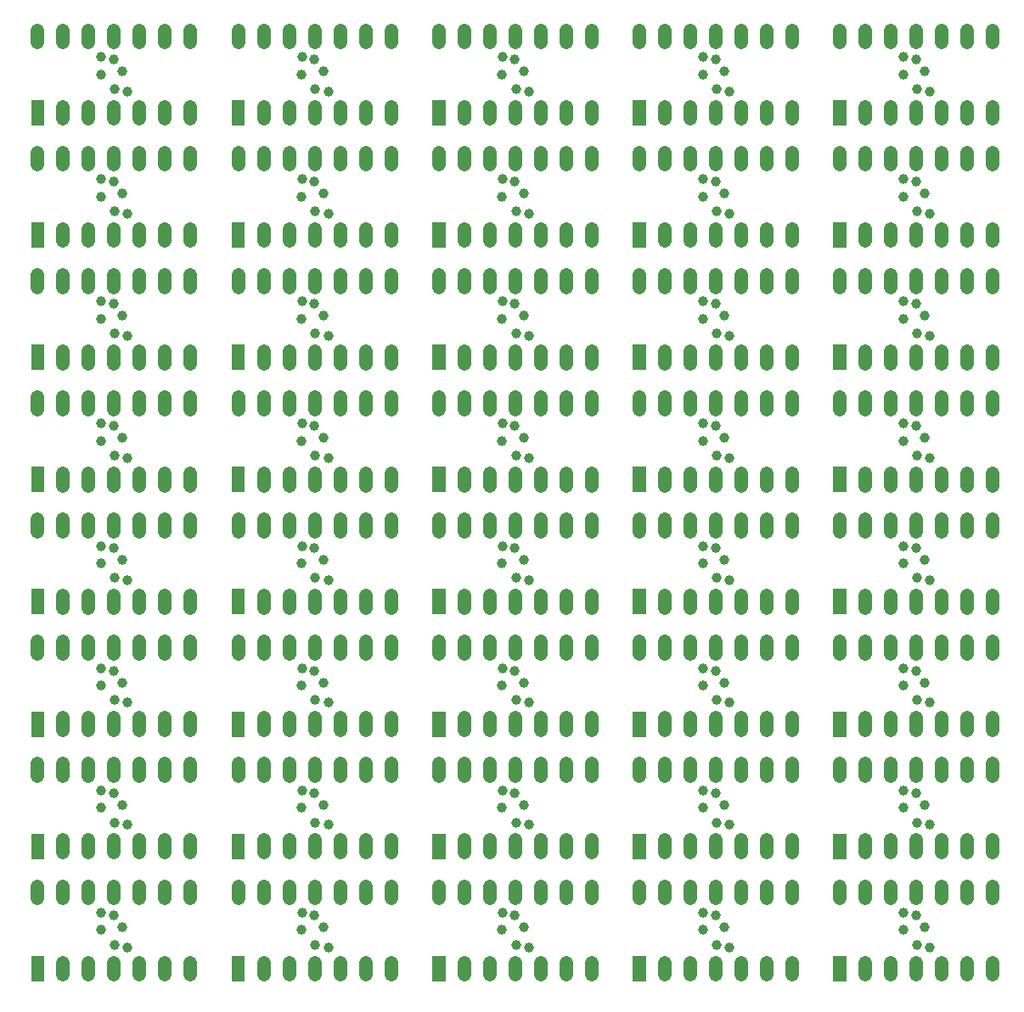
<source format=gbs>
%FSLAX24Y24*%
%MOIN*%
%ADD10C,0.0394*%
%ADD11C,0.0520*%
D10*
G01X4380Y1770D03*
X3831Y3032D03*
X3329Y2440D03*
X3869Y1868D03*
X4180Y2564D03*
X3342Y3129D03*
X12254Y1770D03*
X11706Y3032D03*
X11203Y2440D03*
X11743Y1868D03*
X12054Y2564D03*
X11216Y3129D03*
X20128Y1770D03*
X19580Y3032D03*
X19077Y2440D03*
X19617Y1868D03*
X19928Y2564D03*
X19090Y3129D03*
X28002Y1770D03*
X27454Y3032D03*
X26951Y2440D03*
X27491Y1868D03*
X27802Y2564D03*
X26964Y3129D03*
X35876Y1770D03*
X35328Y3032D03*
X34825Y2440D03*
X35365Y1868D03*
X35676Y2564D03*
X34838Y3129D03*
X4380Y6573D03*
X3831Y7835D03*
X3329Y7243D03*
X3869Y6671D03*
X4180Y7367D03*
X3342Y7932D03*
X12254Y6573D03*
X11706Y7835D03*
X11203Y7243D03*
X11743Y6671D03*
X12054Y7367D03*
X11216Y7932D03*
X20128Y6573D03*
X19580Y7835D03*
X19077Y7243D03*
X19617Y6671D03*
X19928Y7367D03*
X19090Y7932D03*
X28002Y6573D03*
X27454Y7835D03*
X26951Y7243D03*
X27491Y6671D03*
X27802Y7367D03*
X26964Y7932D03*
X35876Y6573D03*
X35328Y7835D03*
X34825Y7243D03*
X35365Y6671D03*
X35676Y7367D03*
X34838Y7932D03*
X4380Y11376D03*
X3831Y12638D03*
X3329Y12046D03*
X3869Y11474D03*
X4180Y12170D03*
X3342Y12735D03*
X12254Y11376D03*
X11706Y12638D03*
X11203Y12046D03*
X11743Y11474D03*
X12054Y12170D03*
X11216Y12735D03*
X20128Y11376D03*
X19580Y12638D03*
X19077Y12046D03*
X19617Y11474D03*
X19928Y12170D03*
X19090Y12735D03*
X28002Y11376D03*
X27454Y12638D03*
X26951Y12046D03*
X27491Y11474D03*
X27802Y12170D03*
X26964Y12735D03*
X35876Y11376D03*
X35328Y12638D03*
X34825Y12046D03*
X35365Y11474D03*
X35676Y12170D03*
X34838Y12735D03*
X4380Y16179D03*
X3831Y17441D03*
X3329Y16849D03*
X3869Y16277D03*
X4180Y16973D03*
X3342Y17538D03*
X12254Y16179D03*
X11706Y17441D03*
X11203Y16849D03*
X11743Y16277D03*
X12054Y16973D03*
X11216Y17538D03*
X20128Y16179D03*
X19580Y17441D03*
X19077Y16849D03*
X19617Y16277D03*
X19928Y16973D03*
X19090Y17538D03*
X28002Y16179D03*
X27454Y17441D03*
X26951Y16849D03*
X27491Y16277D03*
X27802Y16973D03*
X26964Y17538D03*
X35876Y16179D03*
X35328Y17441D03*
X34825Y16849D03*
X35365Y16277D03*
X35676Y16973D03*
X34838Y17538D03*
X4380Y20982D03*
X3831Y22244D03*
X3329Y21652D03*
X3869Y21080D03*
X4180Y21777D03*
X3342Y22342D03*
X12254Y20982D03*
X11706Y22244D03*
X11203Y21652D03*
X11743Y21080D03*
X12054Y21777D03*
X11216Y22342D03*
X20128Y20982D03*
X19580Y22244D03*
X19077Y21652D03*
X19617Y21080D03*
X19928Y21777D03*
X19090Y22342D03*
X28002Y20982D03*
X27454Y22244D03*
X26951Y21652D03*
X27491Y21080D03*
X27802Y21777D03*
X26964Y22342D03*
X35876Y20982D03*
X35328Y22244D03*
X34825Y21652D03*
X35365Y21080D03*
X35676Y21777D03*
X34838Y22342D03*
X4380Y25785D03*
X3831Y27047D03*
X3329Y26455D03*
X3869Y25883D03*
X4180Y26580D03*
X3342Y27145D03*
X12254Y25785D03*
X11706Y27047D03*
X11203Y26455D03*
X11743Y25883D03*
X12054Y26580D03*
X11216Y27145D03*
X20128Y25785D03*
X19580Y27047D03*
X19077Y26455D03*
X19617Y25883D03*
X19928Y26580D03*
X19090Y27145D03*
X28002Y25785D03*
X27454Y27047D03*
X26951Y26455D03*
X27491Y25883D03*
X27802Y26580D03*
X26964Y27145D03*
X35876Y25785D03*
X35328Y27047D03*
X34825Y26455D03*
X35365Y25883D03*
X35676Y26580D03*
X34838Y27145D03*
X4380Y30589D03*
X3831Y31851D03*
X3329Y31259D03*
X3869Y30687D03*
X4180Y31383D03*
X3342Y31948D03*
X12254Y30589D03*
X11706Y31851D03*
X11203Y31259D03*
X11743Y30687D03*
X12054Y31383D03*
X11216Y31948D03*
X20128Y30589D03*
X19580Y31851D03*
X19077Y31259D03*
X19617Y30687D03*
X19928Y31383D03*
X19090Y31948D03*
X28002Y30589D03*
X27454Y31851D03*
X26951Y31259D03*
X27491Y30687D03*
X27802Y31383D03*
X26964Y31948D03*
X35876Y30589D03*
X35328Y31851D03*
X34825Y31259D03*
X35365Y30687D03*
X35676Y31383D03*
X34838Y31948D03*
X4380Y35392D03*
X3831Y36654D03*
X3329Y36062D03*
X3869Y35490D03*
X4180Y36186D03*
X3342Y36751D03*
X12254Y35392D03*
X11706Y36654D03*
X11203Y36062D03*
X11743Y35490D03*
X12054Y36186D03*
X11216Y36751D03*
X20128Y35392D03*
X19580Y36654D03*
X19077Y36062D03*
X19617Y35490D03*
X19928Y36186D03*
X19090Y36751D03*
X28002Y35392D03*
X27454Y36654D03*
X26951Y36062D03*
X27491Y35490D03*
X27802Y36186D03*
X26964Y36751D03*
X35876Y35392D03*
X35328Y36654D03*
X34825Y36062D03*
X35365Y35490D03*
X35676Y36186D03*
X34838Y36751D03*
D11*
G01X5843Y4169D02*
X5843Y3689D01*
X1843Y4169D02*
X1843Y3689D01*
X6843Y1169D02*
X6843Y689D01*
X2843Y1169D02*
X2843Y689D01*
X6843Y4169D02*
X6843Y3689D01*
X2843Y4169D02*
X2843Y3689D01*
X1843Y1169D02*
X1843Y689D01*
X4843Y4169D02*
X4843Y3689D01*
X4843Y1169D02*
X4843Y689D01*
X5843Y1169D02*
X5843Y689D01*
X3843Y4169D02*
X3843Y3689D01*
X843Y4169D02*
X843Y3689D01*
X3843Y1169D02*
X3843Y689D01*
X13717Y4169D02*
X13717Y3689D01*
X9717Y4169D02*
X9717Y3689D01*
X14717Y1169D02*
X14717Y689D01*
X10717Y1169D02*
X10717Y689D01*
X14717Y4169D02*
X14717Y3689D01*
X10717Y4169D02*
X10717Y3689D01*
X9717Y1169D02*
X9717Y689D01*
X12717Y4169D02*
X12717Y3689D01*
X12717Y1169D02*
X12717Y689D01*
X13717Y1169D02*
X13717Y689D01*
X11717Y4169D02*
X11717Y3689D01*
X8717Y4169D02*
X8717Y3689D01*
X11717Y1169D02*
X11717Y689D01*
X21591Y4169D02*
X21591Y3689D01*
X17591Y4169D02*
X17591Y3689D01*
X22591Y1169D02*
X22591Y689D01*
X18591Y1169D02*
X18591Y689D01*
X22591Y4169D02*
X22591Y3689D01*
X18591Y4169D02*
X18591Y3689D01*
X17591Y1169D02*
X17591Y689D01*
X20591Y4169D02*
X20591Y3689D01*
X20591Y1169D02*
X20591Y689D01*
X21591Y1169D02*
X21591Y689D01*
X19591Y4169D02*
X19591Y3689D01*
X16591Y4169D02*
X16591Y3689D01*
X19591Y1169D02*
X19591Y689D01*
X29465Y4169D02*
X29465Y3689D01*
X25465Y4169D02*
X25465Y3689D01*
X30465Y1169D02*
X30465Y689D01*
X26465Y1169D02*
X26465Y689D01*
X30465Y4169D02*
X30465Y3689D01*
X26465Y4169D02*
X26465Y3689D01*
X25465Y1169D02*
X25465Y689D01*
X28465Y4169D02*
X28465Y3689D01*
X28465Y1169D02*
X28465Y689D01*
X29465Y1169D02*
X29465Y689D01*
X27465Y4169D02*
X27465Y3689D01*
X24465Y4169D02*
X24465Y3689D01*
X27465Y1169D02*
X27465Y689D01*
X37339Y4169D02*
X37339Y3689D01*
X33339Y4169D02*
X33339Y3689D01*
X38339Y1169D02*
X38339Y689D01*
X34339Y1169D02*
X34339Y689D01*
X38339Y4169D02*
X38339Y3689D01*
X34339Y4169D02*
X34339Y3689D01*
X33339Y1169D02*
X33339Y689D01*
X36339Y4169D02*
X36339Y3689D01*
X36339Y1169D02*
X36339Y689D01*
X37339Y1169D02*
X37339Y689D01*
X35339Y4169D02*
X35339Y3689D01*
X32339Y4169D02*
X32339Y3689D01*
X35339Y1169D02*
X35339Y689D01*
X5843Y8972D02*
X5843Y8492D01*
X1843Y8972D02*
X1843Y8492D01*
X6843Y5972D02*
X6843Y5492D01*
X2843Y5972D02*
X2843Y5492D01*
X6843Y8972D02*
X6843Y8492D01*
X2843Y8972D02*
X2843Y8492D01*
X1843Y5972D02*
X1843Y5492D01*
X4843Y8972D02*
X4843Y8492D01*
X4843Y5972D02*
X4843Y5492D01*
X5843Y5972D02*
X5843Y5492D01*
X3843Y8972D02*
X3843Y8492D01*
X843Y8972D02*
X843Y8492D01*
X3843Y5972D02*
X3843Y5492D01*
X13717Y8972D02*
X13717Y8492D01*
X9717Y8972D02*
X9717Y8492D01*
X14717Y5972D02*
X14717Y5492D01*
X10717Y5972D02*
X10717Y5492D01*
X14717Y8972D02*
X14717Y8492D01*
X10717Y8972D02*
X10717Y8492D01*
X9717Y5972D02*
X9717Y5492D01*
X12717Y8972D02*
X12717Y8492D01*
X12717Y5972D02*
X12717Y5492D01*
X13717Y5972D02*
X13717Y5492D01*
X11717Y8972D02*
X11717Y8492D01*
X8717Y8972D02*
X8717Y8492D01*
X11717Y5972D02*
X11717Y5492D01*
X21591Y8972D02*
X21591Y8492D01*
X17591Y8972D02*
X17591Y8492D01*
X22591Y5972D02*
X22591Y5492D01*
X18591Y5972D02*
X18591Y5492D01*
X22591Y8972D02*
X22591Y8492D01*
X18591Y8972D02*
X18591Y8492D01*
X17591Y5972D02*
X17591Y5492D01*
X20591Y8972D02*
X20591Y8492D01*
X20591Y5972D02*
X20591Y5492D01*
X21591Y5972D02*
X21591Y5492D01*
X19591Y8972D02*
X19591Y8492D01*
X16591Y8972D02*
X16591Y8492D01*
X19591Y5972D02*
X19591Y5492D01*
X29465Y8972D02*
X29465Y8492D01*
X25465Y8972D02*
X25465Y8492D01*
X30465Y5972D02*
X30465Y5492D01*
X26465Y5972D02*
X26465Y5492D01*
X30465Y8972D02*
X30465Y8492D01*
X26465Y8972D02*
X26465Y8492D01*
X25465Y5972D02*
X25465Y5492D01*
X28465Y8972D02*
X28465Y8492D01*
X28465Y5972D02*
X28465Y5492D01*
X29465Y5972D02*
X29465Y5492D01*
X27465Y8972D02*
X27465Y8492D01*
X24465Y8972D02*
X24465Y8492D01*
X27465Y5972D02*
X27465Y5492D01*
X37339Y8972D02*
X37339Y8492D01*
X33339Y8972D02*
X33339Y8492D01*
X38339Y5972D02*
X38339Y5492D01*
X34339Y5972D02*
X34339Y5492D01*
X38339Y8972D02*
X38339Y8492D01*
X34339Y8972D02*
X34339Y8492D01*
X33339Y5972D02*
X33339Y5492D01*
X36339Y8972D02*
X36339Y8492D01*
X36339Y5972D02*
X36339Y5492D01*
X37339Y5972D02*
X37339Y5492D01*
X35339Y8972D02*
X35339Y8492D01*
X32339Y8972D02*
X32339Y8492D01*
X35339Y5972D02*
X35339Y5492D01*
X5843Y13775D02*
X5843Y13295D01*
X1843Y13775D02*
X1843Y13295D01*
X6843Y10775D02*
X6843Y10295D01*
X2843Y10775D02*
X2843Y10295D01*
X6843Y13775D02*
X6843Y13295D01*
X2843Y13775D02*
X2843Y13295D01*
X1843Y10775D02*
X1843Y10295D01*
X4843Y13775D02*
X4843Y13295D01*
X4843Y10775D02*
X4843Y10295D01*
X5843Y10775D02*
X5843Y10295D01*
X3843Y13775D02*
X3843Y13295D01*
X843Y13775D02*
X843Y13295D01*
X3843Y10775D02*
X3843Y10295D01*
X13717Y13775D02*
X13717Y13295D01*
X9717Y13775D02*
X9717Y13295D01*
X14717Y10775D02*
X14717Y10295D01*
X10717Y10775D02*
X10717Y10295D01*
X14717Y13775D02*
X14717Y13295D01*
X10717Y13775D02*
X10717Y13295D01*
X9717Y10775D02*
X9717Y10295D01*
X12717Y13775D02*
X12717Y13295D01*
X12717Y10775D02*
X12717Y10295D01*
X13717Y10775D02*
X13717Y10295D01*
X11717Y13775D02*
X11717Y13295D01*
X8717Y13775D02*
X8717Y13295D01*
X11717Y10775D02*
X11717Y10295D01*
X21591Y13775D02*
X21591Y13295D01*
X17591Y13775D02*
X17591Y13295D01*
X22591Y10775D02*
X22591Y10295D01*
X18591Y10775D02*
X18591Y10295D01*
X22591Y13775D02*
X22591Y13295D01*
X18591Y13775D02*
X18591Y13295D01*
X17591Y10775D02*
X17591Y10295D01*
X20591Y13775D02*
X20591Y13295D01*
X20591Y10775D02*
X20591Y10295D01*
X21591Y10775D02*
X21591Y10295D01*
X19591Y13775D02*
X19591Y13295D01*
X16591Y13775D02*
X16591Y13295D01*
X19591Y10775D02*
X19591Y10295D01*
X29465Y13775D02*
X29465Y13295D01*
X25465Y13775D02*
X25465Y13295D01*
X30465Y10775D02*
X30465Y10295D01*
X26465Y10775D02*
X26465Y10295D01*
X30465Y13775D02*
X30465Y13295D01*
X26465Y13775D02*
X26465Y13295D01*
X25465Y10775D02*
X25465Y10295D01*
X28465Y13775D02*
X28465Y13295D01*
X28465Y10775D02*
X28465Y10295D01*
X29465Y10775D02*
X29465Y10295D01*
X27465Y13775D02*
X27465Y13295D01*
X24465Y13775D02*
X24465Y13295D01*
X27465Y10775D02*
X27465Y10295D01*
X37339Y13775D02*
X37339Y13295D01*
X33339Y13775D02*
X33339Y13295D01*
X38339Y10775D02*
X38339Y10295D01*
X34339Y10775D02*
X34339Y10295D01*
X38339Y13775D02*
X38339Y13295D01*
X34339Y13775D02*
X34339Y13295D01*
X33339Y10775D02*
X33339Y10295D01*
X36339Y13775D02*
X36339Y13295D01*
X36339Y10775D02*
X36339Y10295D01*
X37339Y10775D02*
X37339Y10295D01*
X35339Y13775D02*
X35339Y13295D01*
X32339Y13775D02*
X32339Y13295D01*
X35339Y10775D02*
X35339Y10295D01*
X5843Y18579D02*
X5843Y18099D01*
X1843Y18579D02*
X1843Y18099D01*
X6843Y15579D02*
X6843Y15099D01*
X2843Y15579D02*
X2843Y15099D01*
X6843Y18579D02*
X6843Y18099D01*
X2843Y18579D02*
X2843Y18099D01*
X1843Y15579D02*
X1843Y15099D01*
X4843Y18579D02*
X4843Y18099D01*
X4843Y15579D02*
X4843Y15099D01*
X5843Y15579D02*
X5843Y15099D01*
X3843Y18579D02*
X3843Y18099D01*
X843Y18579D02*
X843Y18099D01*
X3843Y15579D02*
X3843Y15099D01*
X13717Y18579D02*
X13717Y18099D01*
X9717Y18579D02*
X9717Y18099D01*
X14717Y15579D02*
X14717Y15099D01*
X10717Y15579D02*
X10717Y15099D01*
X14717Y18579D02*
X14717Y18099D01*
X10717Y18579D02*
X10717Y18099D01*
X9717Y15579D02*
X9717Y15099D01*
X12717Y18579D02*
X12717Y18099D01*
X12717Y15579D02*
X12717Y15099D01*
X13717Y15579D02*
X13717Y15099D01*
X11717Y18579D02*
X11717Y18099D01*
X8717Y18579D02*
X8717Y18099D01*
X11717Y15579D02*
X11717Y15099D01*
X21591Y18579D02*
X21591Y18099D01*
X17591Y18579D02*
X17591Y18099D01*
X22591Y15579D02*
X22591Y15099D01*
X18591Y15579D02*
X18591Y15099D01*
X22591Y18579D02*
X22591Y18099D01*
X18591Y18579D02*
X18591Y18099D01*
X17591Y15579D02*
X17591Y15099D01*
X20591Y18579D02*
X20591Y18099D01*
X20591Y15579D02*
X20591Y15099D01*
X21591Y15579D02*
X21591Y15099D01*
X19591Y18579D02*
X19591Y18099D01*
X16591Y18579D02*
X16591Y18099D01*
X19591Y15579D02*
X19591Y15099D01*
X29465Y18579D02*
X29465Y18099D01*
X25465Y18579D02*
X25465Y18099D01*
X30465Y15579D02*
X30465Y15099D01*
X26465Y15579D02*
X26465Y15099D01*
X30465Y18579D02*
X30465Y18099D01*
X26465Y18579D02*
X26465Y18099D01*
X25465Y15579D02*
X25465Y15099D01*
X28465Y18579D02*
X28465Y18099D01*
X28465Y15579D02*
X28465Y15099D01*
X29465Y15579D02*
X29465Y15099D01*
X27465Y18579D02*
X27465Y18099D01*
X24465Y18579D02*
X24465Y18099D01*
X27465Y15579D02*
X27465Y15099D01*
X37339Y18579D02*
X37339Y18099D01*
X33339Y18579D02*
X33339Y18099D01*
X38339Y15579D02*
X38339Y15099D01*
X34339Y15579D02*
X34339Y15099D01*
X38339Y18579D02*
X38339Y18099D01*
X34339Y18579D02*
X34339Y18099D01*
X33339Y15579D02*
X33339Y15099D01*
X36339Y18579D02*
X36339Y18099D01*
X36339Y15579D02*
X36339Y15099D01*
X37339Y15579D02*
X37339Y15099D01*
X35339Y18579D02*
X35339Y18099D01*
X32339Y18579D02*
X32339Y18099D01*
X35339Y15579D02*
X35339Y15099D01*
X5843Y23382D02*
X5843Y22902D01*
X1843Y23382D02*
X1843Y22902D01*
X6843Y20382D02*
X6843Y19902D01*
X2843Y20382D02*
X2843Y19902D01*
X6843Y23382D02*
X6843Y22902D01*
X2843Y23382D02*
X2843Y22902D01*
X1843Y20382D02*
X1843Y19902D01*
X4843Y23382D02*
X4843Y22902D01*
X4843Y20382D02*
X4843Y19902D01*
X5843Y20382D02*
X5843Y19902D01*
X3843Y23382D02*
X3843Y22902D01*
X843Y23382D02*
X843Y22902D01*
X3843Y20382D02*
X3843Y19902D01*
X13717Y23382D02*
X13717Y22902D01*
X9717Y23382D02*
X9717Y22902D01*
X14717Y20382D02*
X14717Y19902D01*
X10717Y20382D02*
X10717Y19902D01*
X14717Y23382D02*
X14717Y22902D01*
X10717Y23382D02*
X10717Y22902D01*
X9717Y20382D02*
X9717Y19902D01*
X12717Y23382D02*
X12717Y22902D01*
X12717Y20382D02*
X12717Y19902D01*
X13717Y20382D02*
X13717Y19902D01*
X11717Y23382D02*
X11717Y22902D01*
X8717Y23382D02*
X8717Y22902D01*
X11717Y20382D02*
X11717Y19902D01*
X21591Y23382D02*
X21591Y22902D01*
X17591Y23382D02*
X17591Y22902D01*
X22591Y20382D02*
X22591Y19902D01*
X18591Y20382D02*
X18591Y19902D01*
X22591Y23382D02*
X22591Y22902D01*
X18591Y23382D02*
X18591Y22902D01*
X17591Y20382D02*
X17591Y19902D01*
X20591Y23382D02*
X20591Y22902D01*
X20591Y20382D02*
X20591Y19902D01*
X21591Y20382D02*
X21591Y19902D01*
X19591Y23382D02*
X19591Y22902D01*
X16591Y23382D02*
X16591Y22902D01*
X19591Y20382D02*
X19591Y19902D01*
X29465Y23382D02*
X29465Y22902D01*
X25465Y23382D02*
X25465Y22902D01*
X30465Y20382D02*
X30465Y19902D01*
X26465Y20382D02*
X26465Y19902D01*
X30465Y23382D02*
X30465Y22902D01*
X26465Y23382D02*
X26465Y22902D01*
X25465Y20382D02*
X25465Y19902D01*
X28465Y23382D02*
X28465Y22902D01*
X28465Y20382D02*
X28465Y19902D01*
X29465Y20382D02*
X29465Y19902D01*
X27465Y23382D02*
X27465Y22902D01*
X24465Y23382D02*
X24465Y22902D01*
X27465Y20382D02*
X27465Y19902D01*
X37339Y23382D02*
X37339Y22902D01*
X33339Y23382D02*
X33339Y22902D01*
X38339Y20382D02*
X38339Y19902D01*
X34339Y20382D02*
X34339Y19902D01*
X38339Y23382D02*
X38339Y22902D01*
X34339Y23382D02*
X34339Y22902D01*
X33339Y20382D02*
X33339Y19902D01*
X36339Y23382D02*
X36339Y22902D01*
X36339Y20382D02*
X36339Y19902D01*
X37339Y20382D02*
X37339Y19902D01*
X35339Y23382D02*
X35339Y22902D01*
X32339Y23382D02*
X32339Y22902D01*
X35339Y20382D02*
X35339Y19902D01*
X5843Y28185D02*
X5843Y27705D01*
X1843Y28185D02*
X1843Y27705D01*
X6843Y25185D02*
X6843Y24705D01*
X2843Y25185D02*
X2843Y24705D01*
X6843Y28185D02*
X6843Y27705D01*
X2843Y28185D02*
X2843Y27705D01*
X1843Y25185D02*
X1843Y24705D01*
X4843Y28185D02*
X4843Y27705D01*
X4843Y25185D02*
X4843Y24705D01*
X5843Y25185D02*
X5843Y24705D01*
X3843Y28185D02*
X3843Y27705D01*
X843Y28185D02*
X843Y27705D01*
X3843Y25185D02*
X3843Y24705D01*
X13717Y28185D02*
X13717Y27705D01*
X9717Y28185D02*
X9717Y27705D01*
X14717Y25185D02*
X14717Y24705D01*
X10717Y25185D02*
X10717Y24705D01*
X14717Y28185D02*
X14717Y27705D01*
X10717Y28185D02*
X10717Y27705D01*
X9717Y25185D02*
X9717Y24705D01*
X12717Y28185D02*
X12717Y27705D01*
X12717Y25185D02*
X12717Y24705D01*
X13717Y25185D02*
X13717Y24705D01*
X11717Y28185D02*
X11717Y27705D01*
X8717Y28185D02*
X8717Y27705D01*
X11717Y25185D02*
X11717Y24705D01*
X21591Y28185D02*
X21591Y27705D01*
X17591Y28185D02*
X17591Y27705D01*
X22591Y25185D02*
X22591Y24705D01*
X18591Y25185D02*
X18591Y24705D01*
X22591Y28185D02*
X22591Y27705D01*
X18591Y28185D02*
X18591Y27705D01*
X17591Y25185D02*
X17591Y24705D01*
X20591Y28185D02*
X20591Y27705D01*
X20591Y25185D02*
X20591Y24705D01*
X21591Y25185D02*
X21591Y24705D01*
X19591Y28185D02*
X19591Y27705D01*
X16591Y28185D02*
X16591Y27705D01*
X19591Y25185D02*
X19591Y24705D01*
X29465Y28185D02*
X29465Y27705D01*
X25465Y28185D02*
X25465Y27705D01*
X30465Y25185D02*
X30465Y24705D01*
X26465Y25185D02*
X26465Y24705D01*
X30465Y28185D02*
X30465Y27705D01*
X26465Y28185D02*
X26465Y27705D01*
X25465Y25185D02*
X25465Y24705D01*
X28465Y28185D02*
X28465Y27705D01*
X28465Y25185D02*
X28465Y24705D01*
X29465Y25185D02*
X29465Y24705D01*
X27465Y28185D02*
X27465Y27705D01*
X24465Y28185D02*
X24465Y27705D01*
X27465Y25185D02*
X27465Y24705D01*
X37339Y28185D02*
X37339Y27705D01*
X33339Y28185D02*
X33339Y27705D01*
X38339Y25185D02*
X38339Y24705D01*
X34339Y25185D02*
X34339Y24705D01*
X38339Y28185D02*
X38339Y27705D01*
X34339Y28185D02*
X34339Y27705D01*
X33339Y25185D02*
X33339Y24705D01*
X36339Y28185D02*
X36339Y27705D01*
X36339Y25185D02*
X36339Y24705D01*
X37339Y25185D02*
X37339Y24705D01*
X35339Y28185D02*
X35339Y27705D01*
X32339Y28185D02*
X32339Y27705D01*
X35339Y25185D02*
X35339Y24705D01*
X5843Y32988D02*
X5843Y32508D01*
X1843Y32988D02*
X1843Y32508D01*
X6843Y29988D02*
X6843Y29508D01*
X2843Y29988D02*
X2843Y29508D01*
X6843Y32988D02*
X6843Y32508D01*
X2843Y32988D02*
X2843Y32508D01*
X1843Y29988D02*
X1843Y29508D01*
X4843Y32988D02*
X4843Y32508D01*
X4843Y29988D02*
X4843Y29508D01*
X5843Y29988D02*
X5843Y29508D01*
X3843Y32988D02*
X3843Y32508D01*
X843Y32988D02*
X843Y32508D01*
X3843Y29988D02*
X3843Y29508D01*
X13717Y32988D02*
X13717Y32508D01*
X9717Y32988D02*
X9717Y32508D01*
X14717Y29988D02*
X14717Y29508D01*
X10717Y29988D02*
X10717Y29508D01*
X14717Y32988D02*
X14717Y32508D01*
X10717Y32988D02*
X10717Y32508D01*
X9717Y29988D02*
X9717Y29508D01*
X12717Y32988D02*
X12717Y32508D01*
X12717Y29988D02*
X12717Y29508D01*
X13717Y29988D02*
X13717Y29508D01*
X11717Y32988D02*
X11717Y32508D01*
X8717Y32988D02*
X8717Y32508D01*
X11717Y29988D02*
X11717Y29508D01*
X21591Y32988D02*
X21591Y32508D01*
X17591Y32988D02*
X17591Y32508D01*
X22591Y29988D02*
X22591Y29508D01*
X18591Y29988D02*
X18591Y29508D01*
X22591Y32988D02*
X22591Y32508D01*
X18591Y32988D02*
X18591Y32508D01*
X17591Y29988D02*
X17591Y29508D01*
X20591Y32988D02*
X20591Y32508D01*
X20591Y29988D02*
X20591Y29508D01*
X21591Y29988D02*
X21591Y29508D01*
X19591Y32988D02*
X19591Y32508D01*
X16591Y32988D02*
X16591Y32508D01*
X19591Y29988D02*
X19591Y29508D01*
X29465Y32988D02*
X29465Y32508D01*
X25465Y32988D02*
X25465Y32508D01*
X30465Y29988D02*
X30465Y29508D01*
X26465Y29988D02*
X26465Y29508D01*
X30465Y32988D02*
X30465Y32508D01*
X26465Y32988D02*
X26465Y32508D01*
X25465Y29988D02*
X25465Y29508D01*
X28465Y32988D02*
X28465Y32508D01*
X28465Y29988D02*
X28465Y29508D01*
X29465Y29988D02*
X29465Y29508D01*
X27465Y32988D02*
X27465Y32508D01*
X24465Y32988D02*
X24465Y32508D01*
X27465Y29988D02*
X27465Y29508D01*
X37339Y32988D02*
X37339Y32508D01*
X33339Y32988D02*
X33339Y32508D01*
X38339Y29988D02*
X38339Y29508D01*
X34339Y29988D02*
X34339Y29508D01*
X38339Y32988D02*
X38339Y32508D01*
X34339Y32988D02*
X34339Y32508D01*
X33339Y29988D02*
X33339Y29508D01*
X36339Y32988D02*
X36339Y32508D01*
X36339Y29988D02*
X36339Y29508D01*
X37339Y29988D02*
X37339Y29508D01*
X35339Y32988D02*
X35339Y32508D01*
X32339Y32988D02*
X32339Y32508D01*
X35339Y29988D02*
X35339Y29508D01*
X5843Y37791D02*
X5843Y37311D01*
X1843Y37791D02*
X1843Y37311D01*
X6843Y34791D02*
X6843Y34311D01*
X2843Y34791D02*
X2843Y34311D01*
X6843Y37791D02*
X6843Y37311D01*
X2843Y37791D02*
X2843Y37311D01*
X1843Y34791D02*
X1843Y34311D01*
X4843Y37791D02*
X4843Y37311D01*
X4843Y34791D02*
X4843Y34311D01*
X5843Y34791D02*
X5843Y34311D01*
X3843Y37791D02*
X3843Y37311D01*
X843Y37791D02*
X843Y37311D01*
X3843Y34791D02*
X3843Y34311D01*
X13717Y37791D02*
X13717Y37311D01*
X9717Y37791D02*
X9717Y37311D01*
X14717Y34791D02*
X14717Y34311D01*
X10717Y34791D02*
X10717Y34311D01*
X14717Y37791D02*
X14717Y37311D01*
X10717Y37791D02*
X10717Y37311D01*
X9717Y34791D02*
X9717Y34311D01*
X12717Y37791D02*
X12717Y37311D01*
X12717Y34791D02*
X12717Y34311D01*
X13717Y34791D02*
X13717Y34311D01*
X11717Y37791D02*
X11717Y37311D01*
X8717Y37791D02*
X8717Y37311D01*
X11717Y34791D02*
X11717Y34311D01*
X21591Y37791D02*
X21591Y37311D01*
X17591Y37791D02*
X17591Y37311D01*
X22591Y34791D02*
X22591Y34311D01*
X18591Y34791D02*
X18591Y34311D01*
X22591Y37791D02*
X22591Y37311D01*
X18591Y37791D02*
X18591Y37311D01*
X17591Y34791D02*
X17591Y34311D01*
X20591Y37791D02*
X20591Y37311D01*
X20591Y34791D02*
X20591Y34311D01*
X21591Y34791D02*
X21591Y34311D01*
X19591Y37791D02*
X19591Y37311D01*
X16591Y37791D02*
X16591Y37311D01*
X19591Y34791D02*
X19591Y34311D01*
X29465Y37791D02*
X29465Y37311D01*
X25465Y37791D02*
X25465Y37311D01*
X30465Y34791D02*
X30465Y34311D01*
X26465Y34791D02*
X26465Y34311D01*
X30465Y37791D02*
X30465Y37311D01*
X26465Y37791D02*
X26465Y37311D01*
X25465Y34791D02*
X25465Y34311D01*
X28465Y37791D02*
X28465Y37311D01*
X28465Y34791D02*
X28465Y34311D01*
X29465Y34791D02*
X29465Y34311D01*
X27465Y37791D02*
X27465Y37311D01*
X24465Y37791D02*
X24465Y37311D01*
X27465Y34791D02*
X27465Y34311D01*
X37339Y37791D02*
X37339Y37311D01*
X33339Y37791D02*
X33339Y37311D01*
X38339Y34791D02*
X38339Y34311D01*
X34339Y34791D02*
X34339Y34311D01*
X38339Y37791D02*
X38339Y37311D01*
X34339Y37791D02*
X34339Y37311D01*
X33339Y34791D02*
X33339Y34311D01*
X36339Y37791D02*
X36339Y37311D01*
X36339Y34791D02*
X36339Y34311D01*
X37339Y34791D02*
X37339Y34311D01*
X35339Y37791D02*
X35339Y37311D01*
X32339Y37791D02*
X32339Y37311D01*
X35339Y34791D02*
X35339Y34311D01*
G36*
X1103Y1429D02*
X583Y1429D01*
X583Y429D01*
X1103Y429D01*
X1103Y1429D01*
G37*
G36*
X8977Y1429D02*
X8457Y1429D01*
X8457Y429D01*
X8977Y429D01*
X8977Y1429D01*
G37*
G36*
X16851Y1429D02*
X16331Y1429D01*
X16331Y429D01*
X16851Y429D01*
X16851Y1429D01*
G37*
G36*
X24725Y1429D02*
X24205Y1429D01*
X24205Y429D01*
X24725Y429D01*
X24725Y1429D01*
G37*
G36*
X32599Y1429D02*
X32079Y1429D01*
X32079Y429D01*
X32599Y429D01*
X32599Y1429D01*
G37*
G36*
X1103Y6232D02*
X583Y6232D01*
X583Y5232D01*
X1103Y5232D01*
X1103Y6232D01*
G37*
G36*
X8977Y6232D02*
X8457Y6232D01*
X8457Y5232D01*
X8977Y5232D01*
X8977Y6232D01*
G37*
G36*
X16851Y6232D02*
X16331Y6232D01*
X16331Y5232D01*
X16851Y5232D01*
X16851Y6232D01*
G37*
G36*
X24725Y6232D02*
X24205Y6232D01*
X24205Y5232D01*
X24725Y5232D01*
X24725Y6232D01*
G37*
G36*
X32599Y6232D02*
X32079Y6232D01*
X32079Y5232D01*
X32599Y5232D01*
X32599Y6232D01*
G37*
G36*
X1103Y11035D02*
X583Y11035D01*
X583Y10035D01*
X1103Y10035D01*
X1103Y11035D01*
G37*
G36*
X8977Y11035D02*
X8457Y11035D01*
X8457Y10035D01*
X8977Y10035D01*
X8977Y11035D01*
G37*
G36*
X16851Y11035D02*
X16331Y11035D01*
X16331Y10035D01*
X16851Y10035D01*
X16851Y11035D01*
G37*
G36*
X24725Y11035D02*
X24205Y11035D01*
X24205Y10035D01*
X24725Y10035D01*
X24725Y11035D01*
G37*
G36*
X32599Y11035D02*
X32079Y11035D01*
X32079Y10035D01*
X32599Y10035D01*
X32599Y11035D01*
G37*
G36*
X1103Y15839D02*
X583Y15839D01*
X583Y14839D01*
X1103Y14839D01*
X1103Y15839D01*
G37*
G36*
X8977Y15839D02*
X8457Y15839D01*
X8457Y14839D01*
X8977Y14839D01*
X8977Y15839D01*
G37*
G36*
X16851Y15839D02*
X16331Y15839D01*
X16331Y14839D01*
X16851Y14839D01*
X16851Y15839D01*
G37*
G36*
X24725Y15839D02*
X24205Y15839D01*
X24205Y14839D01*
X24725Y14839D01*
X24725Y15839D01*
G37*
G36*
X32599Y15839D02*
X32079Y15839D01*
X32079Y14839D01*
X32599Y14839D01*
X32599Y15839D01*
G37*
G36*
X1103Y20642D02*
X583Y20642D01*
X583Y19642D01*
X1103Y19642D01*
X1103Y20642D01*
G37*
G36*
X8977Y20642D02*
X8457Y20642D01*
X8457Y19642D01*
X8977Y19642D01*
X8977Y20642D01*
G37*
G36*
X16851Y20642D02*
X16331Y20642D01*
X16331Y19642D01*
X16851Y19642D01*
X16851Y20642D01*
G37*
G36*
X24725Y20642D02*
X24205Y20642D01*
X24205Y19642D01*
X24725Y19642D01*
X24725Y20642D01*
G37*
G36*
X32599Y20642D02*
X32079Y20642D01*
X32079Y19642D01*
X32599Y19642D01*
X32599Y20642D01*
G37*
G36*
X1103Y25445D02*
X583Y25445D01*
X583Y24445D01*
X1103Y24445D01*
X1103Y25445D01*
G37*
G36*
X8977Y25445D02*
X8457Y25445D01*
X8457Y24445D01*
X8977Y24445D01*
X8977Y25445D01*
G37*
G36*
X16851Y25445D02*
X16331Y25445D01*
X16331Y24445D01*
X16851Y24445D01*
X16851Y25445D01*
G37*
G36*
X24725Y25445D02*
X24205Y25445D01*
X24205Y24445D01*
X24725Y24445D01*
X24725Y25445D01*
G37*
G36*
X32599Y25445D02*
X32079Y25445D01*
X32079Y24445D01*
X32599Y24445D01*
X32599Y25445D01*
G37*
G36*
X1103Y30248D02*
X583Y30248D01*
X583Y29248D01*
X1103Y29248D01*
X1103Y30248D01*
G37*
G36*
X8977Y30248D02*
X8457Y30248D01*
X8457Y29248D01*
X8977Y29248D01*
X8977Y30248D01*
G37*
G36*
X16851Y30248D02*
X16331Y30248D01*
X16331Y29248D01*
X16851Y29248D01*
X16851Y30248D01*
G37*
G36*
X24725Y30248D02*
X24205Y30248D01*
X24205Y29248D01*
X24725Y29248D01*
X24725Y30248D01*
G37*
G36*
X32599Y30248D02*
X32079Y30248D01*
X32079Y29248D01*
X32599Y29248D01*
X32599Y30248D01*
G37*
G36*
X1103Y35051D02*
X583Y35051D01*
X583Y34051D01*
X1103Y34051D01*
X1103Y35051D01*
G37*
G36*
X8977Y35051D02*
X8457Y35051D01*
X8457Y34051D01*
X8977Y34051D01*
X8977Y35051D01*
G37*
G36*
X16851Y35051D02*
X16331Y35051D01*
X16331Y34051D01*
X16851Y34051D01*
X16851Y35051D01*
G37*
G36*
X24725Y35051D02*
X24205Y35051D01*
X24205Y34051D01*
X24725Y34051D01*
X24725Y35051D01*
G37*
G36*
X32599Y35051D02*
X32079Y35051D01*
X32079Y34051D01*
X32599Y34051D01*
X32599Y35051D01*
G37*
M02*

</source>
